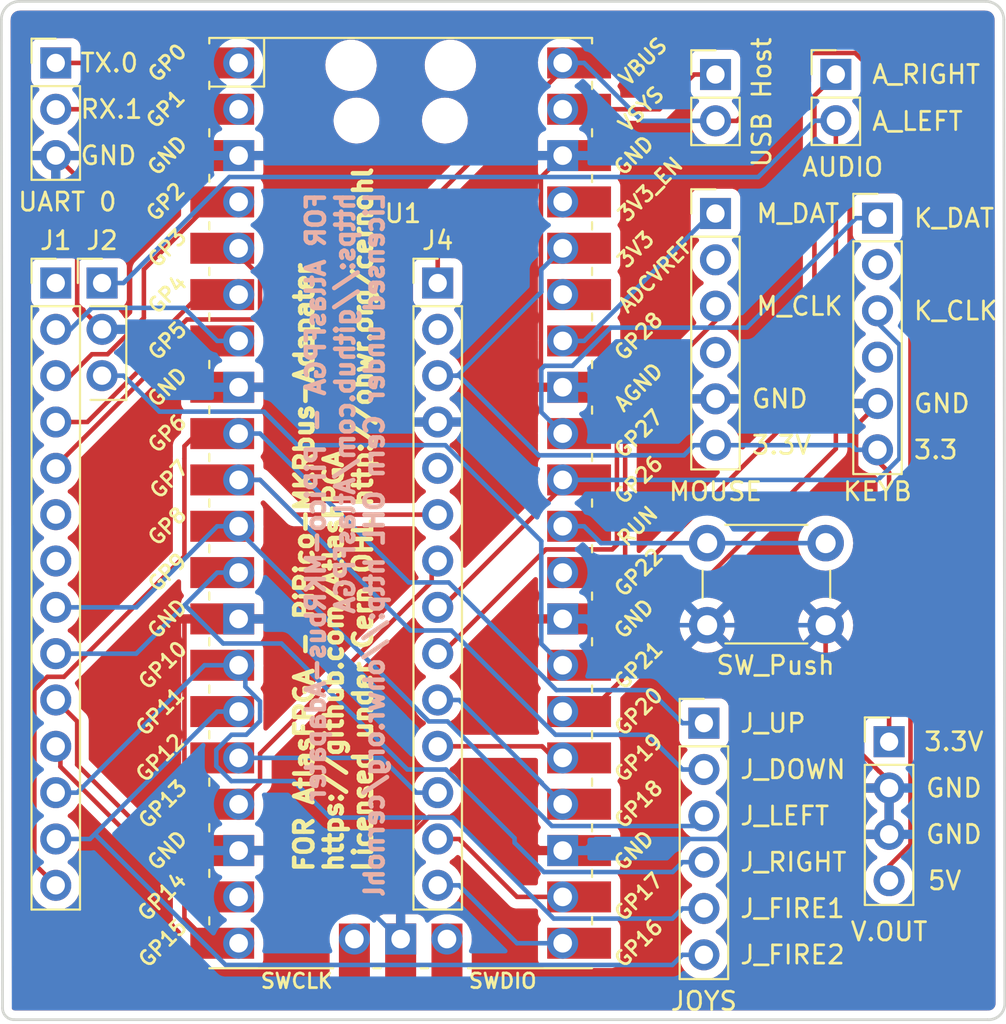
<source format=kicad_pcb>
(kicad_pcb (version 20211014) (generator pcbnew)
  (layers (0 "F.Cu" signal) (31 "B.Cu" signal) (34 "B.Paste" user) (35 "F.Paste" user) (36 "B.SilkS" user "B.Silkscreen") (37 "F.SilkS" user "F.Silkscreen") (38 "B.Mask" user) (39 "F.Mask" user) (44 "Edge.Cuts" user))
  (net 0 "")
  (net 1 "EAR")
  (net 2 "R12_SD_CS")
  (net 3 "T13_SD_CLK")
  (net 4 "R13_SD_MISO")
  (net 5 "T14_SD_MOSI")
  (net 6 "P14_SD_DATA1")
  (net 7 "R14_SD_DATA2")
  (net 8 "T15_JOY_LEFT")
  (net 9 "N16_JOY_RIGHT")
  (net 10 "TMDSC_P")
  (net 11 "TMDSC_N")
  (net 12 "K15_JOY_FIRE1")
  (net 13 "K16_JOY_FIRE2")
  (net 14 "J14_JOY_UP")
  (net 15 "T12_LEFT")
  (net 16 "GND")
  (net 17 "R11_RIGHT")
  (net 18 "+5V")
  (net 19 "VIN")
  (net 20 "+3.3V")
  (net 21 "RESET")
  (net 22 "R1_JOY_DOWN")
  (net 23 "TMDS_0_N")
  (net 24 "L2_KCLK")
  (net 25 "K2_KDAT")
  (net 26 "TMDS_1_P")
  (net 27 "TMDS_1_N")
  (net 28 "TMDS_0_P")
  (net 29 "TMDS_2_N")
  (net 30 "TMDS_2_P")
  (net 31 "/GPIO0_TX")
  (net 32 "/GPIO1_RX")
  (net 33 "MOUSE_DAT")
  (net 35 "MOUSE_CLK")
  (net 39 "Net-(JP1-Pad1)")
  (net 40 "Net-(SW1-Pad1)")
  (footprint "Connector_PinHeader_2.54mm:PinHeader_1x06_P2.54mm_Vertical" (layer "F.Cu") (at 179.07 87.884)
    (fp_text reference "J8")
    (fp_text value "Conn_01x06" hide)
  )
  (footprint "Connector_PinHeader_2.54mm:PinHeader_1x14_P2.54mm_Vertical" (layer "F.Cu") (at 133.985 91.44)
    (fp_text reference "J1")
    (fp_text value "Conn_01x14" hide)
  )
  (footprint "RP-Pico Libraries:RPi_Pico_SMD_TH" (layer "F.Cu") (at 152.908 103.505)
    (fp_text reference "U1")
    (fp_text value "Pico")
  )
  (footprint "Connector_PinHeader_2.54mm:PinHeader_1x14_P2.54mm_Vertical" (layer "F.Cu") (at 154.94 91.44)
    (fp_text reference "J4")
    (fp_text value "Conn_01x14")
  )
  (footprint "Connector_PinHeader_2.54mm:PinHeader_1x02_P2.54mm_Vertical" (layer "F.Cu") (at 170.18 80.01)
    (fp_text reference "JP1")
    (fp_text value "USB Host")
  )
  (footprint "Connector_PinHeader_2.54mm:PinHeader_1x06_P2.54mm_Vertical" (layer "F.Cu") (at 169.545 115.57)
    (fp_text reference "J9")
    (fp_text value "Conn_01x06" hide)
  )
  (footprint "Connector_PinHeader_2.54mm:PinHeader_1x03_P2.54mm_Vertical" (layer "F.Cu") (at 136.525 91.44)
    (fp_text reference "J2")
    (fp_text value "Conn_01x03" hide)
  )
  (footprint "Button_Switch_THT:SW_PUSH_6mm" (layer "F.Cu") (at 169.724 105.7)
    (fp_text reference "SW1")
    (fp_text value "SW_Push")
  )
  (footprint "Connector_PinHeader_2.54mm:PinHeader_1x02_P2.54mm_Vertical" (layer "F.Cu") (at 176.784 80.005)
    (fp_text reference "J3")
    (fp_text value "Conn_01x02" hide)
  )
  (footprint "Connector_PinHeader_2.54mm:PinHeader_1x04_P2.54mm_Vertical" (layer "F.Cu") (at 179.705 116.586)
    (fp_text reference "J7")
    (fp_text value "Conn_01x04" hide)
  )
  (footprint "Connector_PinHeader_2.54mm:PinHeader_1x03_P2.54mm_Vertical" (layer "F.Cu") (at 133.985 79.375)
    (fp_text reference "J5")
    (fp_text value "UART 0")
  )
  (footprint "Connector_PinHeader_2.54mm:PinHeader_1x06_P2.54mm_Vertical" (layer "F.Cu") (at 170.18 87.63)
    (fp_text reference "J6")
    (fp_text value "Conn_01x06" hide)
  )
  (gr_line (start 185.1025 131.826) (end 131.699 131.826) (layer "Edge.Cuts") (width 0.15))
  (gr_line (start 132 76) (end 185 76) (layer "Edge.Cuts") (width 0.15))
  (gr_arc (start 185 76) (mid 185.707106 76.292894) (end 186 77) (layer "Edge.Cuts") (width 0.15))
  (gr_arc (start 186.055 130.937) (mid 185.771909 131.588456) (end 185.1025 131.826) (layer "Edge.Cuts") (width 0.15))
  (gr_arc (start 131.699 131.826) (mid 131.249987 131.640013) (end 131.064 131.191) (layer "Edge.Cuts") (width 0.15))
  (gr_arc (start 131 77) (mid 131.292894 76.292894) (end 132 76) (layer "Edge.Cuts") (width 0.15))
  (gr_line (start 131 77) (end 131.064 131.191) (layer "Edge.Cuts") (width 0.15))
  (gr_line (start 186 77) (end 186.055 130.937) (layer "Edge.Cuts") (width 0.15))
  (gr_text "FOR AtlasFPGA - PiPico-MKRbus-Adapater\nhttps://github.com/AtlasFPGA\nLicensed under Cern OHL http://ohwr.org/cernohl" (at 149.86 86.36 90) (layer "B.SilkS") (effects (font (size 1 1) (thickness 0.25)) (justify left mirror)))
  (gr_text "JOYS" (at 169.545 130.81) (layer "F.SilkS") (effects (font (size 1 1))))
  (gr_text "KEYB" (at 179.07 102.87) (layer "F.SilkS") (effects (font (size 1 1))))
  (gr_text "AUDIO" (at 177.165 85.09) (layer "F.SilkS") (effects (font (size 1 1))))
  (gr_text "V.OUT" (at 179.705 127) (layer "F.SilkS") (effects (font (size 1 1))))
  (gr_text "MOUSE" (at 170.18 102.87) (layer "F.SilkS") (effects (font (size 1 1))))
  (gr_text "FOR AtlasFPGA - PiPico-MKRbus-Adapater\nhttps://github.com/AtlasFPGA\nLicensed under Cern OHL http://ohwr.org/cernohl" (at 149.225 123.825 90) (layer "F.SilkS") (effects (font (size 1 1) (thickness 0.25)) (justify left)))
  (segment (start 134.7929 93.98) (end 133.985 93.98) (width 0.25) (layer "B.Cu") (net 2))
  (segment (start 141.0324 92.8047) (end 135.9682 92.8047) (width 0.25) (layer "B.Cu") (net 2))
  (segment (start 142.8427 94.615) (end 141.0324 92.8047) (width 0.25) (layer "B.Cu") (net 2))
  (segment (start 135.9682 92.8047) (end 134.7929 93.98) (width 0.25) (layer "B.Cu") (net 2))
  (segment (start 144.018 94.615) (end 142.8427 94.615) (width 0.25) (layer "B.Cu") (net 2))
  (segment (start 135.9682 95.3447) (end 134.7929 96.52) (width 0.25) (layer "F.Cu") (net 3))
  (segment (start 136.8273 95.3447) (end 135.9682 95.3447) (width 0.25) (layer "F.Cu") (net 3))
  (segment (start 138.819 93.353) (end 136.8273 95.3447) (width 0.25) (layer "F.Cu") (net 3))
  (segment (start 138.819 90.6975) (end 138.819 93.353) (width 0.25) (layer "F.Cu") (net 3))
  (segment (start 142.5215 86.995) (end 138.819 90.6975) (width 0.25) (layer "F.Cu") (net 3))
  (segment (start 144.018 86.995) (end 142.5215 86.995) (width 0.25) (layer "F.Cu") (net 3))
  (segment (start 134.7929 96.52) (end 133.985 96.52) (width 0.25) (layer "F.Cu") (net 3))
  (segment (start 139.5309 95.2484) (end 135.7193 99.06) (width 0.25) (layer "F.Cu") (net 4))
  (segment (start 135.7193 99.06) (end 133.985 99.06) (width 0.25) (layer "F.Cu") (net 4))
  (segment (start 139.5309 94.4482) (end 139.5309 95.2484) (width 0.25) (layer "F.Cu") (net 4))
  (segment (start 144.018 92.075) (end 141.9041 92.075) (width 0.25) (layer "F.Cu") (net 4))
  (segment (start 141.9041 92.075) (end 139.5309 94.4482) (width 0.25) (layer "F.Cu") (net 4))
  (segment (start 145.1933 93.1185) (end 145.1933 91.0775) (width 0.25) (layer "F.Cu") (net 5))
  (segment (start 140.4303 95.0336) (end 140.4303 94.1857) (width 0.25) (layer "F.Cu") (net 5))
  (segment (start 141.1764 93.4396) (end 144.8722 93.4396) (width 0.25) (layer "F.Cu") (net 5))
  (segment (start 140.4303 94.1857) (end 141.1764 93.4396) (width 0.25) (layer "F.Cu") (net 5))
  (segment (start 133.985 101.6) (end 133.985 101.4789) (width 0.25) (layer "F.Cu") (net 5))
  (segment (start 133.985 101.4789) (end 140.4303 95.0336) (width 0.25) (layer "F.Cu") (net 5))
  (segment (start 144.8722 93.4396) (end 145.1933 93.1185) (width 0.25) (layer "F.Cu") (net 5))
  (segment (start 144.018 89.9022) (end 144.018 89.535) (width 0.25) (layer "F.Cu") (net 5))
  (segment (start 145.1933 91.0775) (end 144.018 89.9022) (width 0.25) (layer "F.Cu") (net 5))
  (segment (start 161.2105 121.2103) (end 168.9847 121.2103) (width 0.25) (layer "B.Cu") (net 8))
  (segment (start 153.765489 114.786499) (end 154.453501 115.474511) (width 0.25) (layer "B.Cu") (net 8))
  (segment (start 168.9847 121.2103) (end 169.545 120.65) (width 0.25) (layer "B.Cu") (net 8))
  (segment (start 144.399 105.41) (end 153.765489 114.776489) (width 0.25) (layer "B.Cu") (net 8))
  (segment (start 144.018 104.775) (end 144.399 105.156) (width 0.25) (layer "B.Cu") (net 8))
  (segment (start 144.018 104.775) (end 142.8427 104.775) (width 0.25) (layer "B.Cu") (net 8))
  (segment (start 133.985 109.22) (end 135.1603 109.22) (width 0.25) (layer "B.Cu") (net 8))
  (segment (start 144.399 105.156) (end 144.399 105.41) (width 0.25) (layer "B.Cu") (net 8))
  (segment (start 153.765489 114.776489) (end 153.765489 114.786499) (width 0.25) (layer "B.Cu") (net 8))
  (segment (start 154.453501 115.474511) (end 155.474711 115.474511) (width 0.25) (layer "B.Cu") (net 8))
  (segment (start 142.8427 104.775) (end 138.3977 109.22) (width 0.25) (layer "B.Cu") (net 8))
  (segment (start 138.3977 109.22) (end 135.1603 109.22) (width 0.25) (layer "B.Cu") (net 8))
  (segment (start 155.474711 115.474511) (end 161.2105 121.2103) (width 0.25) (layer "B.Cu") (net 8))
  (segment (start 141.0626 109.0951) (end 138.3977 111.76) (width 0.25) (layer "B.Cu") (net 9))
  (segment (start 168.3697 123.19) (end 167.8293 123.7304) (width 0.25) (layer "B.Cu") (net 9))
  (segment (start 160.7665 123.7304) (end 159.1578 122.1217) (width 0.25) (layer "B.Cu") (net 9))
  (segment (start 144.018 107.315) (end 142.8427 107.315) (width 0.25) (layer "B.Cu") (net 9))
  (segment (start 159.1578 121.8782) (end 155.3896 118.11) (width 0.25) (layer "B.Cu") (net 9))
  (segment (start 138.3977 111.76) (end 133.985 111.76) (width 0.25) (layer "B.Cu") (net 9))
  (segment (start 153.2733 118.11) (end 146.3652 111.2019) (width 0.25) (layer "B.Cu") (net 9))
  (segment (start 143.1694 111.2019) (end 141.0626 109.0951) (width 0.25) (layer "B.Cu") (net 9))
  (segment (start 159.1578 122.1217) (end 159.1578 121.8782) (width 0.25) (layer "B.Cu") (net 9))
  (segment (start 142.8427 107.315) (end 141.0626 109.0951) (width 0.25) (layer "B.Cu") (net 9))
  (segment (start 155.3896 118.11) (end 153.2733 118.11) (width 0.25) (layer "B.Cu") (net 9))
  (segment (start 169.545 123.19) (end 168.3697 123.19) (width 0.25) (layer "B.Cu") (net 9))
  (segment (start 146.3652 111.2019) (end 143.1694 111.2019) (width 0.25) (layer "B.Cu") (net 9))
  (segment (start 167.8293 123.7304) (end 160.7665 123.7304) (width 0.25) (layer "B.Cu") (net 9))
  (segment (start 135.159511 115.474511) (end 135.159511 117.845533) (width 0.25) (layer "F.Cu") (net 10))
  (segment (start 133.985 114.3) (end 135.159511 115.474511) (width 0.25) (layer "F.Cu") (net 10))
  (segment (start 142.408978 125.095) (end 144.018 125.095) (width 0.25) (layer "F.Cu") (net 10))
  (segment (start 135.159511 117.845533) (end 142.408978 125.095) (width 0.25) (layer "F.Cu") (net 10))
  (segment (start 134.239 117.9526) (end 141.0427 124.7563) (width 0.25) (layer "F.Cu") (net 11))
  (segment (start 141.0427 126.268722) (end 142.408978 127.635) (width 0.25) (layer "F.Cu") (net 11))
  (segment (start 142.408978 127.635) (end 144.018 127.635) (width 0.25) (layer "F.Cu") (net 11))
  (segment (start 141.0427 124.7563) (end 141.0427 126.268722) (width 0.25) (layer "F.Cu") (net 11))
  (segment (start 134.239 117.094) (end 134.239 117.9526) (width 0.25) (layer "F.Cu") (net 11))
  (segment (start 133.985 116.84) (end 134.239 117.094) (width 0.25) (layer "F.Cu") (net 11))
  (segment (start 147.027 118.745) (end 149.0266 120.7446) (width 0.25) (layer "B.Cu") (net 12))
  (segment (start 144.399 112.776) (end 144.3854 112.7896) (width 0.25) (layer "B.Cu") (net 12))
  (segment (start 161.3049 126.2856) (end 167.8141 126.2856) (width 0.25) (layer "B.Cu") (net 12))
  (segment (start 142.7919 117.0369) (end 142.7919 117.9206) (width 0.25) (layer "B.Cu") (net 12))
  (segment (start 168.3697 125.73) (end 169.545 125.73) (width 0.25) (layer "B.Cu") (net 12))
  (segment (start 144.018 112.395) (end 144.399 112.776) (width 0.25) (layer "B.Cu") (net 12))
  (segment (start 142.7919 117.9206) (end 143.6163 118.745) (width 0.25) (layer "B.Cu") (net 12))
  (segment (start 143.6238 116.205) (end 142.7919 117.0369) (width 0.25) (layer "B.Cu") (net 12))
  (segment (start 155.7639 120.7446) (end 161.3049 126.2856) (width 0.25) (layer "B.Cu") (net 12))
  (segment (start 135.1603 119.38) (end 142.1453 112.395) (width 0.25) (layer "B.Cu") (net 12))
  (segment (start 144.4386 116.205) (end 143.6238 116.205) (width 0.25) (layer "B.Cu") (net 12))
  (segment (start 133.985 119.38) (end 135.1603 119.38) (width 0.25) (layer "B.Cu") (net 12))
  (segment (start 144.3854 112.7896) (end 144.3854 113.5703) (width 0.25) (layer "B.Cu") (net 12))
  (segment (start 142.1453 112.395) (end 144.018 112.395) (width 0.25) (layer "B.Cu") (net 12))
  (segment (start 144.3854 113.5703) (end 145.1933 114.3782) (width 0.25) (layer "B.Cu") (net 12))
  (segment (start 167.8141 126.2856) (end 168.3697 125.73) (width 0.25) (layer "B.Cu") (net 12))
  (segment (start 143.6163 118.745) (end 147.027 118.745) (width 0.25) (layer "B.Cu") (net 12))
  (segment (start 149.0266 120.7446) (end 155.7639 120.7446) (width 0.25) (layer "B.Cu") (net 12))
  (segment (start 145.1933 114.3782) (end 145.1933 115.4503) (width 0.25) (layer "B.Cu") (net 12))
  (segment (start 145.1933 115.4503) (end 144.4386 116.205) (width 0.25) (layer "B.Cu") (net 12))
  (segment (start 134.2789 121.92) (end 135.8577 121.92) (width 0.25) (layer "B.Cu") (net 13))
  (segment (start 135.8577 121.92) (end 136.2397 121.538) (width 0.25) (layer "B.Cu") (net 13))
  (segment (start 167.8136 128.8261) (end 168.3697 128.27) (width 0.25) (layer "B.Cu") (net 13))
  (segment (start 143.3041 128.8261) (end 167.8136 128.8261) (width 0.25) (layer "B.Cu") (net 13))
  (segment (start 136.2397 121.538) (end 142.8427 114.935) (width 0.25) (layer "B.Cu") (net 13))
  (segment (start 144.018 114.935) (end 142.8427 114.935) (width 0.25) (layer "B.Cu") (net 13))
  (segment (start 168.3697 128.27) (end 169.545 128.27) (width 0.25) (layer "B.Cu") (net 13))
  (segment (start 133.985 121.92) (end 134.2789 121.92) (width 0.25) (layer "B.Cu") (net 13))
  (segment (start 136.144 121.666) (end 143.3041 128.8261) (width 0.25) (layer "B.Cu") (net 13))
  (segment (start 144.018 99.695) (end 141.732 99.695) (width 0.25) (layer "F.Cu") (net 14))
  (segment (start 132.8097 113.7416) (end 132.8097 123.2847) (width 0.25) (layer "F.Cu") (net 14))
  (segment (start 141.0427 106.4237) (end 134.4364 113.03) (width 0.25) (layer "F.Cu") (net 14))
  (segment (start 133.5213 113.03) (end 132.8097 113.7416) (width 0.25) (layer "F.Cu") (net 14))
  (segment (start 141.0427 101.061278) (end 141.0427 106.4237) (width 0.25) (layer "F.Cu") (net 14))
  (segment (start 141.043489 100.383511) (end 141.043489 101.060489) (width 0.25) (layer "F.Cu") (net 14))
  (segment (start 141.732 99.695) (end 141.043489 100.383511) (width 0.25) (layer "F.Cu") (net 14))
  (segment (start 132.8097 123.2847) (end 133.985 124.46) (width 0.25) (layer "F.Cu") (net 14))
  (segment (start 134.4364 113.03) (end 133.5213 113.03) (width 0.25) (layer "F.Cu") (net 14))
  (segment (start 141.043489 101.060489) (end 141.0427 101.061278) (width 0.25) (layer "F.Cu") (net 14))
  (segment (start 161.4534 113.7594) (end 166.5591 113.7594) (width 0.25) (layer "B.Cu") (net 14))
  (segment (start 145.1933 99.695) (end 153.3537 107.8554) (width 0.25) (layer "B.Cu") (net 14))
  (segment (start 166.5591 113.7594) (end 168.3697 115.57) (width 0.25) (layer "B.Cu") (net 14))
  (segment (start 144.018 99.695) (end 145.1933 99.695) (width 0.25) (layer "B.Cu") (net 14))
  (segment (start 153.3537 107.8554) (end 155.5494 107.8554) (width 0.25) (layer "B.Cu") (net 14))
  (segment (start 155.5494 107.8554) (end 161.4534 113.7594) (width 0.25) (layer "B.Cu") (net 14))
  (segment (start 169.545 115.57) (end 168.3697 115.57) (width 0.25) (layer "B.Cu") (net 14))
  (segment (start 176.784 82.545) (end 176.784 100.5276) (width 0.25) (layer "F.Cu") (net 15))
  (segment (start 176.784 100.5276) (end 166.9991 110.3125) (width 0.25) (layer "F.Cu") (net 15))
  (segment (start 166.9991 110.3125) (end 166.9991 111.2289) (width 0.25) (layer "F.Cu") (net 15))
  (segment (start 166.9991 111.2289) (end 163.293 114.935) (width 0.25) (layer "F.Cu") (net 15))
  (segment (start 163.293 114.935) (end 161.798 114.935) (width 0.25) (layer "F.Cu") (net 15))
  (segment (start 136.525 91.44) (end 137.7003 91.44) (width 0.25) (layer "B.Cu") (net 15))
  (segment (start 175.6087 82.545) (end 172.5233 85.6304) (width 0.25) (layer "B.Cu") (net 15))
  (segment (start 172.5233 85.6304) (end 143.5099 85.6304) (width 0.25) (layer "B.Cu") (net 15))
  (segment (start 176.784 82.545) (end 175.6087 82.545) (width 0.25) (layer "B.Cu") (net 15))
  (segment (start 143.5099 85.6304) (end 137.7003 91.44) (width 0.25) (layer "B.Cu") (net 15))
  (segment (start 161.798 97.155) (end 160.601 97.155) (width 0.25) (layer "F.Cu") (net 16))
  (segment (start 154.4541 120.7141) (end 152.908 122.2602) (width 0.25) (layer "F.Cu") (net 16))
  (segment (start 135.1603 85.6303) (end 133.985 84.455) (width 0.25) (layer "F.Cu") (net 16))
  (segment (start 160.601 97.155) (end 158.0203 97.155) (width 0.25) (layer "F.Cu") (net 16))
  (segment (start 178.689 98.4758) (end 177.8947 99.2701) (width 0.25) (layer "F.Cu") (net 16))
  (segment (start 136.525 93.98) (end 135.1603 92.6153) (width 0.25) (layer "F.Cu") (net 16))
  (segment (start 144.018 109.855) (end 141.0427 109.855) (width 0.25) (layer "F.Cu") (net 16))
  (segment (start 154.94 99.06) (end 156.1153 99.06) (width 0.25) (layer "F.Cu") (net 16))
  (segment (start 179.07 98.044) (end 178.689 98.425) (width 0.25) (layer "F.Cu") (net 16))
  (segment (start 152.908 122.2602) (end 152.908 127.405) (width 0.25) (layer "F.Cu") (net 16))
  (segment (start 158.0203 97.155) (end 156.1153 99.06) (width 0.25) (layer "F.Cu") (net 16))
  (segment (start 176.224 115.2777) (end 176.224 110.2) (width 0.25) (layer "F.Cu") (net 16))
  (segment (start 179.1716 118.2116) (end 179.1579 118.2116) (width 0.25) (layer "F.Cu") (net 16))
  (segment (start 178.689 98.425) (end 178.689 98.4758) (width 0.25) (layer "F.Cu") (net 16))
  (segment (start 160.6227 122.555) (end 158.7818 120.7141) (width 0.25) (layer "F.Cu") (net 16))
  (segment (start 141.0427 120.9998) (end 141.0427 109.855) (width 0.25) (layer "F.Cu") (net 16))
  (segment (start 144.018 122.555) (end 142.5979 122.555) (width 0.25) (layer "F.Cu") (net 16))
  (segment (start 179.705 121.666) (end 179.705 119.126) (width 0.25) (layer "F.Cu") (net 16))
  (segment (start 179.1579 118.2116) (end 176.224 115.2777) (width 0.25) (layer "F.Cu") (net 16))
  (segment (start 135.1603 92.6153) (end 135.1603 85.6303) (width 0.25) (layer "F.Cu") (net 16))
  (segment (start 160.601 85.652) (end 160.601 97.155) (width 0.25) (layer "F.Cu") (net 16))
  (segment (start 177.8947 99.2701) (end 177.8947 108.5293) (width 0.25) (layer "F.Cu") (net 16))
  (segment (start 179.705 119.126) (end 179.705 118.745) (width 0.25) (layer "F.Cu") (net 16))
  (segment (start 161.798 84.455) (end 160.601 85.652) (width 0.25) (layer "F.Cu") (net 16))
  (segment (start 158.7818 120.7141) (end 154.4541 120.7141) (width 0.25) (layer "F.Cu") (net 16))
  (segment (start 142.5979 122.555) (end 141.0427 120.9998) (width 0.25) (layer "F.Cu") (net 16))
  (segment (start 179.705 118.745) (end 179.1716 118.2116) (width 0.25) (layer "F.Cu") (net 16))
  (segment (start 161.798 122.555) (end 160.6227 122.555) (width 0.25) (layer "F.Cu") (net 16))
  (segment (start 177.8947 108.5293) (end 176.224 110.2) (width 0.25) (layer "F.Cu") (net 16))
  (segment (start 154.94 99.06) (end 153.7647 99.06) (width 0.25) (layer "B.Cu") (net 16))
  (segment (start 169.724 110.2) (end 163.3183 110.2) (width 0.25) (layer "B.Cu") (net 16))
  (segment (start 140.8753 97.155) (end 144.018 97.155) (width 0.25) (layer "B.Cu") (net 16))
  (segment (start 136.525 93.98) (end 137.7003 93.98) (width 0.25) (layer "B.Cu") (net 16))
  (segment (start 161.798 109.855) (end 162.9733 109.855) (width 0.25) (layer "B.Cu") (net 16))
  (segment (start 151.8597 97.155) (end 144.018 97.155) (width 0.25) (layer "B.Cu") (net 16))
  (segment (start 153.7647 99.06) (end 151.8597 97.155) (width 0.25) (layer "B.Cu") (net 16))
  (segment (start 161.798 97.155) (end 162.9733 97.155) (width 0.25) (layer "B.Cu") (net 16))
  (segment (start 177.6407 97.79) (end 177.8947 98.044) (width 0.25) (layer "B.Cu") (net 16))
  (segment (start 152.908 127.405) (end 152.805 127.405) (width 0.25) (layer "B.Cu") (net 16))
  (segment (start 162.9733 97.155) (end 163.6083 97.79) (width 0.25) (layer "B.Cu") (net 16))
  (segment (start 178.5297 121.666) (end 178.2757 121.92) (width 0.25) (layer "B.Cu") (net 16))
  (segment (start 147.955 122.555) (end 144.018 122.555) (width 0.25) (layer "B.Cu") (net 16))
  (segment (start 176.224 110.2) (end 169.724 110.2) (width 0.25) (layer "B.Cu") (net 16))
  (segment (start 163.6083 121.92) (end 162.9733 122.555) (width 0.25) (layer "B.Cu") (net 16))
  (segment (start 179.07 98.044) (end 177.8947 98.044) (width 0.25) (layer "B.Cu") (net 16))
  (segment (start 163.6083 97.79) (end 170.18 97.79) (width 0.25) (layer "B.Cu") (net 16))
  (segment (start 179.705 121.666) (end 178.5297 121.666) (width 0.25) (layer "B.Cu") (net 16))
  (segment (start 161.798 122.555) (end 162.9733 122.555) (width 0.25) (layer "B.Cu") (net 16))
  (segment (start 137.7003 93.98) (end 140.8753 97.155) (width 0.25) (layer "B.Cu") (net 16))
  (segment (start 133.985 84.455) (end 144.018 84.455) (width 0.25) (layer "B.Cu") (net 16))
  (segment (start 178.2757 121.92) (end 163.6083 121.92) (width 0.25) (layer "B.Cu") (net 16))
  (segment (start 170.18 97.79) (end 177.6407 97.79) (width 0.25) (layer "B.Cu") (net 16))
  (segment (start 152.805 127.405) (end 147.955 122.555) (width 0.25) (layer "B.Cu") (net 16))
  (segment (start 163.3183 110.2) (end 162.9733 109.855) (width 0.25) (layer "B.Cu") (net 16))
  (segment (start 165.415 110.2298) (end 163.2498 112.395) (width 0.25) (layer "F.Cu") (net 17))
  (segment (start 176.784 80.005) (end 175.6087 81.1803) (width 0.25) (layer "F.Cu") (net 17))
  (segment (start 175.6087 97.5717) (end 165.415 107.7654) (width 0.25) (layer "F.Cu") (net 17))
  (segment (start 165.415 107.7654) (end 165.415 110.2298) (width 0.25) (layer "F.Cu") (net 17))
  (segment (start 163.2498 112.395) (end 161.798 112.395) (width 0.25) (layer "F.Cu") (net 17))
  (segment (start 175.6087 81.1803) (end 175.6087 97.5717) (width 0.25) (layer "F.Cu") (net 17))
  (segment (start 139.671 98.4907) (end 137.7003 96.52) (width 0.25) (layer "B.Cu") (net 17))
  (segment (start 160.6227 105.59) (end 155.3627 100.33) (width 0.25) (layer "B.Cu") (net 17))
  (segment (start 160.6227 111.2197) (end 160.6227 105.59) (width 0.25) (layer "B.Cu") (net 17))
  (segment (start 147.2487 100.33) (end 145.4094 98.4907) (width 0.25) (layer "B.Cu") (net 17))
  (segment (start 145.4094 98.4907) (end 139.671 98.4907) (width 0.25) (layer "B.Cu") (net 17))
  (segment (start 161.798 112.395) (end 160.6227 111.2197) (width 0.25) (layer "B.Cu") (net 17))
  (segment (start 155.3627 100.33) (end 147.2487 100.33) (width 0.25) (layer "B.Cu") (net 17))
  (segment (start 137.7003 96.52) (end 136.525 96.52) (width 0.25) (layer "B.Cu") (net 17))
  (segment (start 180.8803 81.8676) (end 180.8803 122.2228) (width 0.25) (layer "F.Cu") (net 18))
  (segment (start 179.705 123.3981) (end 179.705 124.206) (width 0.25) (layer "F.Cu") (net 18))
  (segment (start 161.798 79.7423) (end 154.94 86.6003) (width 0.25) (layer "F.Cu") (net 18))
  (segment (start 180.8803 122.2228) (end 179.705 123.3981) (width 0.25) (layer "F.Cu") (net 18))
  (segment (start 154.94 86.6003) (end 154.94 91.44) (width 0.25) (layer "F.Cu") (net 18))
  (segment (start 171.3553 82.55) (end 175.0757 78.8296) (width 0.25) (layer "F.Cu") (net 18))
  (segment (start 175.0757 78.8296) (end 177.8423 78.8296) (width 0.25) (layer "F.Cu") (net 18))
  (segment (start 177.8423 78.8296) (end 180.8803 81.8676) (width 0.25) (layer "F.Cu") (net 18))
  (segment (start 170.18 82.55) (end 171.3553 82.55) (width 0.25) (layer "F.Cu") (net 18))
  (segment (start 161.798 79.375) (end 161.798 79.7423) (width 0.25) (layer "F.Cu") (net 18))
  (segment (start 166.1483 82.55) (end 162.9733 79.375) (width 0.25) (layer "B.Cu") (net 18))
  (segment (start 170.18 82.55) (end 166.1483 82.55) (width 0.25) (layer "B.Cu") (net 18))
  (segment (start 161.798 79.375) (end 162.9733 79.375) (width 0.25) (layer "B.Cu") (net 18))
  (segment (start 179.07 101.1936) (end 179.07 100.584) (width 0.25) (layer "F.Cu") (net 20))
  (segment (start 179.705 101.8286) (end 179.07 101.1936) (width 0.25) (layer "F.Cu") (net 20))
  (segment (start 179.705 116.586) (end 179.705 101.8286) (width 0.25) (layer "F.Cu") (net 20))
  (segment (start 154.94 96.52) (end 155.9497 96.52) (width 0.25) (layer "B.Cu") (net 20))
  (segment (start 179.07 100.584) (end 177.8947 100.584) (width 0.25) (layer "B.Cu") (net 20))
  (segment (start 177.6407 100.33) (end 170.18 100.33) (width 0.25) (layer "B.Cu") (net 20))
  (segment (start 156.0322 96.52) (end 160.623489 91.928711) (width 0.25) (layer "B.Cu") (net 20))
  (segment (start 177.8947 100.584) (end 177.6407 100.33) (width 0.25) (layer "B.Cu") (net 20))
  (segment (start 155.9497 96.52) (end 156.1153 96.52) (width 0.25) (layer "B.Cu") (net 20))
  (segment (start 160.623489 90.709511) (end 161.798 89.535) (width 0.25) (layer "B.Cu") (net 20))
  (segment (start 160.4809 100.8856) (end 156.1153 96.52) (width 0.25) (layer "B.Cu") (net 20))
  (segment (start 169.0047 100.33) (end 168.4491 100.8856) (width 0.25) (layer "B.Cu") (net 20))
  (segment (start 170.18 100.33) (end 169.0047 100.33) (width 0.25) (layer "B.Cu") (net 20))
  (segment (start 155.9497 96.52) (end 156.0322 96.52) (width 0.25) (layer "B.Cu") (net 20))
  (segment (start 160.623489 91.928711) (end 160.623489 90.709511) (width 0.25) (layer "B.Cu") (net 20))
  (segment (start 168.4491 100.8856) (end 160.4809 100.8856) (width 0.25) (layer "B.Cu") (net 20))
  (segment (start 147.0983 104.14) (end 145.1933 102.235) (width 0.25) (layer "F.Cu") (net 22))
  (segment (start 144.018 102.235) (end 145.1933 102.235) (width 0.25) (layer "F.Cu") (net 22))
  (segment (start 154.94 104.14) (end 147.0983 104.14) (width 0.25) (layer "F.Cu") (net 22))
  (segment (start 169.545 118.11) (end 168.3697 118.11) (width 0.25) (layer "B.Cu") (net 22))
  (segment (start 168.3697 118.11) (end 166.4647 116.205) (width 0.25) (layer "B.Cu") (net 22))
  (segment (start 153.4483 110.49) (end 145.1933 102.235) (width 0.25) (layer "B.Cu") (net 22))
  (segment (start 166.4647 116.205) (end 161.4042 116.205) (width 0.25) (layer "B.Cu") (net 22))
  (segment (start 144.018 102.235) (end 145.1933 102.235) (width 0.25) (layer "B.Cu") (net 22))
  (segment (start 161.4042 116.205) (end 155.6892 110.49) (width 0.25) (layer "B.Cu") (net 22))
  (segment (start 155.6892 110.49) (end 153.4483 110.49) (width 0.25) (layer "B.Cu") (net 22))
  (segment (start 145.1933 117.2347) (end 154.5727 107.8553) (width 0.25) (layer "F.Cu") (net 23))
  (segment (start 154.6098 107.8553) (end 154.6098 107.0102) (width 0.25) (layer "F.Cu") (net 23))
  (segment (start 154.6098 107.0102) (end 154.94 106.68) (width 0.25) (layer "F.Cu") (net 23))
  (segment (start 144.018 120.015) (end 145.1933 118.8397) (width 0.25) (layer "F.Cu") (net 23))
  (segment (start 154.5727 107.8553) (end 154.6098 107.8553) (width 0.25) (layer "F.Cu") (net 23))
  (segment (start 145.1933 118.8397) (end 145.1933 117.2347) (width 0.25) (layer "F.Cu") (net 23))
  (segment (start 155.1857 109.22) (end 161.798 102.6077) (width 0.25) (layer "F.Cu") (net 24))
  (segment (start 161.798 102.6077) (end 161.798 102.235) (width 0.25) (layer "F.Cu") (net 24))
  (segment (start 154.94 109.22) (end 155.1857 109.22) (width 0.25) (layer "F.Cu") (net 24))
  (segment (start 179.07 92.964) (end 179.07 93.6244) (width 0.25) (layer "B.Cu") (net 24))
  (segment (start 180.2718 94.8262) (end 180.2718 101.0526) (width 0.25) (layer "B.Cu") (net 24))
  (segment (start 180.2718 101.0526) (end 179.0894 102.235) (width 0.25) (layer "B.Cu") (net 24))
  (segment (start 179.07 93.6244) (end 180.2718 94.8262) (width 0.25) (layer "B.Cu") (net 24))
  (segment (start 179.0894 102.235) (end 161.798 102.235) (width 0.25) (layer "B.Cu") (net 24))
  (segment (start 160.8754 106.045) (end 164.5159 106.045) (width 0.25) (layer "F.Cu") (net 25))
  (segment (start 164.7733 105.7876) (end 164.7733 99.695) (width 0.25) (layer "F.Cu") (net 25))
  (segment (start 155.1604 111.76) (end 160.8754 106.045) (width 0.25) (layer "F.Cu") (net 25))
  (segment (start 164.5159 106.045) (end 164.7733 105.7876) (width 0.25) (layer "F.Cu") (net 25))
  (segment (start 164.7733 99.695) (end 161.798 99.695) (width 0.25) (layer "F.Cu") (net 25))
  (segment (start 154.94 111.76) (end 155.1604 111.76) (width 0.25) (layer "F.Cu") (net 25))
  (segment (start 160.808 95.9796) (end 162.3336 95.9796) (width 0.25) (layer "B.Cu") (net 25))
  (segment (start 162.3336 95.9796) (end 164.4278 93.8854) (width 0.25) (layer "B.Cu") (net 25))
  (segment (start 161.798 99.695) (end 160.6227 98.5197) (width 0.25) (layer "B.Cu") (net 25))
  (segment (start 164.4278 93.8854) (end 171.8933 93.8854) (width 0.25) (layer "B.Cu") (net 25))
  (segment (start 177.8947 87.884) (end 179.07 87.884) (width 0.25) (layer "B.Cu") (net 25))
  (segment (start 171.8933 93.8854) (end 177.8947 87.884) (width 0.25) (layer "B.Cu") (net 25))
  (segment (start 160.6227 98.5197) (end 160.6227 96.1649) (width 0.25) (layer "B.Cu") (net 25))
  (segment (start 160.6227 96.1649) (end 160.808 95.9796) (width 0.25) (layer "B.Cu") (net 25))
  (segment (start 156.1153 114.3) (end 154.94 114.3) (width 0.25) (layer "B.Cu") (net 26))
  (segment (start 160.655 118.872) (end 160.655 118.8397) (width 0.25) (layer "B.Cu") (net 26))
  (segment (start 160.655 118.8397) (end 156.1153 114.3) (width 0.25) (layer "B.Cu") (net 26))
  (segment (start 161.798 120.015) (end 160.655 118.872) (width 0.25) (layer "B.Cu") (net 26))
  (segment (start 160.6676 116.84) (end 160.7192 116.8916) (width 0.25) (layer "F.Cu") (net 27))
  (segment (start 161.3025 117.475) (end 161.798 117.475) (width 0.25) (layer "F.Cu") (net 27))
  (segment (start 154.94 116.84) (end 160.6676 116.84) (width 0.25) (layer "F.Cu") (net 27))
  (segment (start 160.7192 116.8916) (end 160.7192 116.8917) (width 0.25) (layer "F.Cu") (net 27))
  (segment (start 160.7192 116.8917) (end 161.3025 117.475) (width 0.25) (layer "F.Cu") (net 27))
  (segment (start 151.8597 117.475) (end 144.018 117.475) (width 0.25) (layer "B.Cu") (net 28))
  (segment (start 153.7647 119.38) (end 151.8597 117.475) (width 0.25) (layer "B.Cu") (net 28))
  (segment (start 154.94 119.38) (end 153.7647 119.38) (width 0.25) (layer "B.Cu") (net 28))
  (segment (start 159.2903 125.095) (end 161.798 125.095) (width 0.25) (layer "F.Cu") (net 29))
  (segment (start 154.94 121.92) (end 156.1153 121.92) (width 0.25) (layer "F.Cu") (net 29))
  (segment (start 156.1153 121.92) (end 159.2903 125.095) (width 0.25) (layer "F.Cu") (net 29))
  (segment (start 154.94 124.46) (end 156.1153 124.46) (width 0.25) (layer "B.Cu") (net 30))
  (segment (start 159.2903 127.635) (end 161.798 127.635) (width 0.25) (layer "B.Cu") (net 30))
  (segment (start 156.1153 124.46) (end 159.2903 127.635) (width 0.25) (layer "B.Cu") (net 30))
  (segment (start 133.985 79.375) (end 144.018 79.375) (width 0.25) (layer "F.Cu") (net 31))
  (segment (start 133.985 81.915) (end 144.018 81.915) (width 0.25) (layer "F.Cu") (net 32))
  (segment (start 162.9733 94.615) (end 161.798 94.615) (width 0.25) (layer "B.Cu") (net 33))
  (segment (start 169.9583 87.63) (end 162.9733 94.615) (width 0.25) (layer "B.Cu") (net 33))
  (segment (start 170.18 87.63) (end 169.9583 87.63) (width 0.25) (layer "B.Cu") (net 33))
  (segment (start 170.18 92.71) (end 170.18 93.5179) (width 0.25) (layer "F.Cu") (net 35))
  (segment (start 165.2236 98.4743) (end 165.2236 106.8647) (width 0.25) (layer "F.Cu") (net 35))
  (segment (start 170.18 93.5179) (end 165.2236 98.4743) (width 0.25) (layer "F.Cu") (net 35))
  (segment (start 164.7733 107.315) (end 161.798 107.315) (width 0.25) (layer "F.Cu") (net 35))
  (segment (start 165.2236 106.8647) (end 164.7733 107.315) (width 0.25) (layer "F.Cu") (net 35))
  (segment (start 167.0997 81.915) (end 161.798 81.915) (width 0.25) (layer "F.Cu") (net 39))
  (segment (start 169.0047 80.01) (end 167.0997 81.915) (width 0.25) (layer "F.Cu") (net 39))
  (segment (start 170.18 80.01) (end 169.0047 80.01) (width 0.25) (layer "F.Cu") (net 39))
  (segment (start 169.724 105.7) (end 163.8983 105.7) (width 0.25) (layer "B.Cu") (net 40))
  (segment (start 163.8983 105.7) (end 162.9733 104.775) (width 0.25) (layer "B.Cu") (net 40))
  (segment (start 176.224 105.7) (end 169.724 105.7) (width 0.25) (layer "B.Cu") (net 40))
  (segment (start 161.798 104.775) (end 162.9733 104.775) (width 0.25) (layer "B.Cu") (net 40))
  (zone (net 16) (net_name "GND") (layers F&B.Cu) (connect_pads (clearance 0.508)) (min_thickness 0.254) (fill yes (thermal_gap 0.508) (thermal_bridge_width 0.508) (smoothing fillet) (radius 2))
    (polygon (pts (xy 186.055 132.08) (xy 131 132) (xy 130.945 76.2) (xy 186.055 76.2)))
  )
)
</source>
